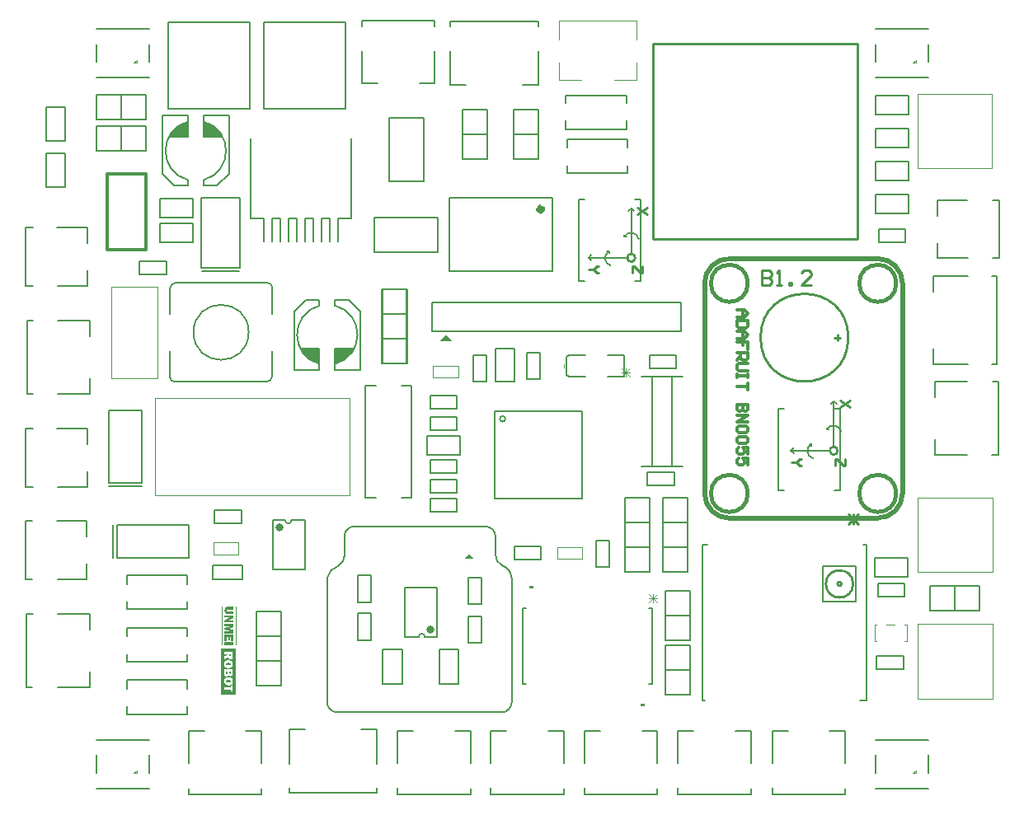
<source format=gto>
G04*
G04 #@! TF.GenerationSoftware,Altium Limited,Altium Designer,21.2.2 (38)*
G04*
G04 Layer_Color=65535*
%FSTAX24Y24*%
%MOIN*%
G70*
G04*
G04 #@! TF.SameCoordinates,D9C69337-02A0-443D-9D67-ED1C811D3BAA*
G04*
G04*
G04 #@! TF.FilePolarity,Positive*
G04*
G01*
G75*
%ADD10C,0.0100*%
%ADD11C,0.0079*%
%ADD12C,0.0157*%
%ADD13C,0.0197*%
%ADD14C,0.0276*%
%ADD15C,0.0315*%
%ADD16C,0.0039*%
%ADD17C,0.0070*%
%ADD18C,0.0060*%
%ADD19C,0.0050*%
%ADD20C,0.0118*%
%ADD21C,0.0030*%
G36*
X016575Y036732D02*
X015827D01*
X016063Y037087D01*
X016102Y037087D01*
X016417Y037323D01*
X016575Y037362D01*
Y036732D01*
D02*
G37*
G36*
X017362Y037283D02*
X01748D01*
X017677Y037087D01*
X017717D01*
X017913Y03689D01*
Y036772D01*
X017953Y036732D01*
X017205D01*
Y037362D01*
X017283D01*
X017362Y037283D01*
D02*
G37*
G36*
X027266Y028488D02*
X026766D01*
X027016Y028738D01*
X027266Y028488D01*
D02*
G37*
G36*
X023031Y027835D02*
X022992Y027835D01*
X022677Y027598D01*
X02252Y027559D01*
Y028189D01*
X023268D01*
X023031Y027835D01*
D02*
G37*
G36*
X02189Y027559D02*
X021811D01*
X021732Y027638D01*
X021614D01*
X021417Y027835D01*
X021378D01*
X021181Y028031D01*
Y02815D01*
X021142Y028189D01*
X02189D01*
Y027559D01*
D02*
G37*
G36*
X028134Y019685D02*
X02774D01*
X027937Y019882D01*
X028134Y019685D01*
D02*
G37*
G36*
X03054Y018486D02*
X03039D01*
Y018586D01*
X03054D01*
Y018486D01*
D02*
G37*
G36*
X03504Y013716D02*
X03489D01*
Y013816D01*
X03504D01*
Y013716D01*
D02*
G37*
G36*
X018507Y014181D02*
X017913D01*
Y016043D01*
X018507D01*
Y014181D01*
D02*
G37*
G36*
X018403Y017628D02*
X01818D01*
X018179D01*
X018176D01*
X018171Y017628D01*
X018166Y017627D01*
X01816Y017625D01*
X018154Y017624D01*
X018148Y017621D01*
X018143Y017618D01*
X018143Y017617D01*
X018142Y017616D01*
X01814Y017613D01*
X018138Y01761D01*
X018136Y017605D01*
X018134Y017599D01*
X018133Y017593D01*
X018133Y017584D01*
Y017581D01*
X018133Y017577D01*
X018134Y017573D01*
X018135Y017568D01*
X018136Y017563D01*
X018138Y017558D01*
X018141Y017553D01*
X018141Y017552D01*
X018142Y017551D01*
X018144Y017548D01*
X018146Y017546D01*
X018152Y017541D01*
X018155Y017539D01*
X018159Y017538D01*
X01816D01*
X018161Y017537D01*
X018164Y017537D01*
X018168Y017536D01*
X018173D01*
X018181Y017536D01*
X018189Y017535D01*
X0182D01*
X018403D01*
Y017452D01*
X018173D01*
X018173D01*
X018171D01*
X018167D01*
X018163Y017452D01*
X018158Y017453D01*
X018151Y017454D01*
X018145Y017455D01*
X018137Y017457D01*
X01813Y017459D01*
X018122Y017461D01*
X018114Y017464D01*
X018106Y017468D01*
X018099Y017472D01*
X018092Y017478D01*
X018086Y017483D01*
X01808Y017491D01*
X018079Y017491D01*
X018078Y017492D01*
X018077Y017494D01*
X018075Y017498D01*
X018073Y017501D01*
X018071Y017506D01*
X018068Y017511D01*
X018065Y017518D01*
X018063Y017524D01*
X01806Y017532D01*
X018058Y017541D01*
X018056Y017549D01*
X018054Y017559D01*
X018052Y017569D01*
X018052Y01758D01*
X018051Y017592D01*
Y017598D01*
X018052Y017602D01*
X018052Y017608D01*
X018053Y017614D01*
X018053Y017622D01*
X018054Y017629D01*
X018058Y017646D01*
X018063Y017664D01*
X018066Y017672D01*
X01807Y017681D01*
X018074Y017689D01*
X018078Y017697D01*
X018079Y017697D01*
X01808Y017699D01*
X018081Y017701D01*
X018084Y017703D01*
X018087Y017706D01*
X01809Y017709D01*
X018095Y017713D01*
X0181Y017717D01*
X018106Y01772D01*
X018112Y017724D01*
X018119Y017727D01*
X018128Y01773D01*
X018137Y017732D01*
X018146Y017735D01*
X018157Y017736D01*
X018168Y017736D01*
X018403D01*
Y017628D01*
D02*
G37*
G36*
Y017294D02*
X018276Y017214D01*
X018276Y017213D01*
X018275Y017213D01*
X018272Y017212D01*
X01827Y01721D01*
X018266Y017208D01*
X018262Y017206D01*
X018254Y0172D01*
X018243Y017195D01*
X018232Y017189D01*
X01822Y017183D01*
X01821Y017178D01*
X01821D01*
X018212Y017178D01*
X018214D01*
X018217Y017179D01*
X018221Y017179D01*
X018226Y01718D01*
X018231Y017181D01*
X018237Y017181D01*
X018251Y017183D01*
X018266Y017184D01*
X018283Y017185D01*
X0183Y017185D01*
X018403D01*
Y017098D01*
X018057D01*
Y017185D01*
X01821Y017281D01*
X01821D01*
X018211Y017281D01*
X018213Y017282D01*
X018215Y017284D01*
X018218Y017286D01*
X018221Y017287D01*
X01823Y017292D01*
X01824Y017298D01*
X018252Y017304D01*
X018266Y01731D01*
X018281Y017317D01*
X018281D01*
X018279Y017317D01*
X018278Y017316D01*
X018276Y017316D01*
X018269Y017315D01*
X018261Y017313D01*
X018253Y017311D01*
X018243Y01731D01*
X018234Y017309D01*
X018224Y017309D01*
X018057D01*
Y017395D01*
X018403D01*
Y017294D01*
D02*
G37*
G36*
Y0169D02*
X018219Y01685D01*
X018403Y016801D01*
Y016662D01*
X018057D01*
Y016761D01*
X018305D01*
X018057Y016825D01*
Y016893D01*
X018305Y016959D01*
X018057D01*
Y017038D01*
X018403D01*
Y0169D01*
D02*
G37*
G36*
Y016341D02*
X018324D01*
Y016497D01*
X018273D01*
Y016371D01*
X018196D01*
Y016497D01*
X01814D01*
Y016341D01*
X018057D01*
Y016602D01*
X018403D01*
Y016341D01*
D02*
G37*
G36*
Y016192D02*
X018057D01*
Y016299D01*
X018403D01*
Y016192D01*
D02*
G37*
%LPC*%
G36*
X018384Y015925D02*
X018037D01*
Y015737D01*
Y015819D01*
X01817D01*
Y015786D01*
X018037Y015735D01*
Y015617D01*
X018188Y01568D01*
X018191Y015673D01*
X018194Y015667D01*
X018198Y015661D01*
X018201Y015656D01*
X018208Y015648D01*
X018214Y015641D01*
X01822Y015636D01*
X018224Y015633D01*
X018227Y015631D01*
X018228Y01563D01*
X018237Y015626D01*
X018246Y015623D01*
X018255Y015621D01*
X018264Y015619D01*
X018271Y015618D01*
X018276Y015618D01*
X018278D01*
X01828D01*
X01828D01*
X018281D01*
X01829Y015618D01*
X018297Y015619D01*
X018305Y015621D01*
X018312Y015623D01*
X018325Y015628D01*
X018336Y015634D01*
X01834Y015637D01*
X018344Y015641D01*
X018348Y015643D01*
X01835Y015646D01*
X018353Y015648D01*
X018354Y015649D01*
X018355Y015651D01*
X018355Y015651D01*
X01836Y015658D01*
X018365Y015665D01*
X018368Y015672D01*
X018372Y01568D01*
X018377Y015695D01*
X01838Y01571D01*
X018381Y015717D01*
X018382Y015724D01*
X018383Y01573D01*
X018383Y015735D01*
X018384Y015738D01*
Y015628D01*
Y015925D01*
D02*
G37*
G36*
X018213Y015582D02*
X018031D01*
X018209D01*
X018195Y015581D01*
X018181Y01558D01*
X018167Y015577D01*
X018155Y015575D01*
X018143Y015571D01*
X018133Y015567D01*
X018123Y015563D01*
X018114Y015559D01*
X018106Y015554D01*
X018099Y015551D01*
X018093Y015546D01*
X018088Y015543D01*
X018084Y01554D01*
X018082Y015538D01*
X01808Y015536D01*
X01808Y015536D01*
X018071Y015527D01*
X018064Y015517D01*
X018057Y015508D01*
X018052Y015498D01*
X018047Y015488D01*
X018044Y015478D01*
X01804Y015468D01*
X018038Y015459D01*
X018035Y015451D01*
X018034Y015443D01*
X018033Y015435D01*
X018032Y015429D01*
Y015424D01*
X018031Y01542D01*
Y015417D01*
X018032Y015404D01*
X018034Y015391D01*
X018036Y015379D01*
X018039Y015368D01*
X018043Y015357D01*
X018047Y015348D01*
X018052Y015338D01*
X018057Y015331D01*
X018061Y015323D01*
X018065Y015317D01*
X01807Y015311D01*
X018074Y015307D01*
X018077Y015303D01*
X018079Y015301D01*
X018081Y015299D01*
X018081Y015298D01*
X018091Y01529D01*
X018101Y015283D01*
X018112Y015277D01*
X018123Y015272D01*
X018134Y015267D01*
X018145Y015263D01*
X018155Y01526D01*
X018166Y015258D01*
X018176Y015256D01*
X018184Y015254D01*
X018193Y015254D01*
X0182Y015253D01*
X018205D01*
X018209Y015252D01*
X018213D01*
X018228Y015253D01*
X018242Y015254D01*
X018255Y015256D01*
X018267Y015259D01*
X018278Y015262D01*
X018289Y015267D01*
X018298Y015271D01*
X018307Y015275D01*
X018315Y015279D01*
X018321Y015283D01*
X018327Y015287D01*
X018332Y015291D01*
X018336Y015293D01*
X018339Y015296D01*
X018341Y015297D01*
X018341Y015298D01*
X01835Y015307D01*
X018357Y015316D01*
X018363Y015326D01*
X018369Y015336D01*
X018373Y015345D01*
X018378Y015355D01*
X01838Y015364D01*
X018383Y015374D01*
X018385Y015382D01*
X018386Y015391D01*
X018387Y015398D01*
X018389Y015404D01*
Y015409D01*
X018389Y015412D01*
Y015416D01*
X018389Y01543D01*
X018387Y015444D01*
X018384Y015456D01*
X018381Y015468D01*
X018377Y015479D01*
X018373Y015489D01*
X018368Y015498D01*
X018364Y015506D01*
X018359Y015514D01*
X018354Y01552D01*
X01835Y015526D01*
X018347Y01553D01*
X018343Y015534D01*
X018341Y015536D01*
X018339Y015538D01*
X018338Y015538D01*
X018329Y015546D01*
X018318Y015552D01*
X018308Y015558D01*
X018297Y015563D01*
X018286Y015568D01*
X018275Y015571D01*
X018265Y015574D01*
X018255Y015576D01*
X018246Y015578D01*
X018237Y01558D01*
X018229Y015581D01*
X018223Y015581D01*
X018217D01*
X018213Y015582D01*
D02*
G37*
G36*
X018384Y015207D02*
X018037D01*
Y015042D01*
X018038Y015028D01*
X018038Y015016D01*
X01804Y015004D01*
X018042Y014994D01*
X018044Y014984D01*
X018046Y014976D01*
X018049Y014969D01*
X018052Y014963D01*
X018055Y014957D01*
X018058Y014952D01*
X01806Y014949D01*
X018062Y014946D01*
X018064Y014943D01*
X018066Y014942D01*
X018066Y014941D01*
X018067D01*
X018073Y014936D01*
X018079Y014933D01*
X018091Y014927D01*
X018102Y014923D01*
X018113Y014919D01*
X018123Y014918D01*
X018126Y014917D01*
X01813D01*
X018133Y014917D01*
X018037D01*
X018384D01*
X018136D01*
X018148Y014917D01*
X018158Y014919D01*
X018168Y014923D01*
X018176Y014927D01*
X018184Y014933D01*
X01819Y014938D01*
X018196Y014944D01*
X018201Y014951D01*
X018205Y014957D01*
X018208Y014963D01*
X018211Y014969D01*
X018214Y014974D01*
X018215Y014978D01*
X018217Y014982D01*
X018217Y014984D01*
Y014984D01*
X01822Y014974D01*
X018225Y014965D01*
X01823Y014958D01*
X018234Y014952D01*
X018238Y014947D01*
X018242Y014943D01*
X018244Y014941D01*
X018246Y014941D01*
X018254Y014936D01*
X018262Y014932D01*
X01827Y01493D01*
X018277Y014928D01*
X018283Y014927D01*
X018288Y014926D01*
X018291D01*
X018292D01*
X018292D01*
X018299D01*
X018306Y014927D01*
X018318Y01493D01*
X018328Y014934D01*
X018337Y014939D01*
X018345Y014943D01*
X018351Y014948D01*
X018353Y014949D01*
X018355Y014951D01*
X018355Y014951D01*
X018356Y014952D01*
X018361Y014957D01*
X018365Y014962D01*
X018369Y014969D01*
X018372Y014975D01*
X018377Y014988D01*
X01838Y015001D01*
X018382Y015013D01*
X018383Y015018D01*
X018383Y015023D01*
X018384Y015026D01*
Y015207D01*
D02*
G37*
G36*
X018389Y014888D02*
D01*
Y014722D01*
X018389Y014737D01*
X018387Y01475D01*
X018384Y014763D01*
X018381Y014774D01*
X018377Y014785D01*
X018373Y014796D01*
X018368Y014804D01*
X018364Y014813D01*
X018359Y01482D01*
X018354Y014827D01*
X01835Y014832D01*
X018347Y014836D01*
X018343Y01484D01*
X018341Y014842D01*
X018339Y014844D01*
X018338Y014845D01*
X018329Y014852D01*
X018318Y014859D01*
X018308Y014865D01*
X018297Y01487D01*
X018286Y014874D01*
X018275Y014877D01*
X018265Y014881D01*
X018255Y014883D01*
X018246Y014885D01*
X018237Y014886D01*
X018229Y014887D01*
X018223Y014888D01*
X018217D01*
X018213Y014888D01*
X018031D01*
X018209D01*
X018195Y014888D01*
X018181Y014886D01*
X018167Y014884D01*
X018155Y014881D01*
X018143Y014877D01*
X018133Y014874D01*
X018123Y01487D01*
X018114Y014865D01*
X018106Y014861D01*
X018099Y014857D01*
X018093Y014853D01*
X018088Y01485D01*
X018084Y014847D01*
X018082Y014845D01*
X01808Y014843D01*
X01808Y014842D01*
X018071Y014834D01*
X018064Y014824D01*
X018057Y014815D01*
X018052Y014804D01*
X018047Y014794D01*
X018044Y014785D01*
X01804Y014775D01*
X018038Y014765D01*
X018035Y014757D01*
X018034Y014749D01*
X018033Y014742D01*
X018032Y014735D01*
Y014731D01*
X018031Y014727D01*
Y014723D01*
X018032Y01471D01*
X018034Y014697D01*
X018036Y014686D01*
X018039Y014674D01*
X018043Y014664D01*
X018047Y014654D01*
X018052Y014645D01*
X018057Y014637D01*
X018061Y01463D01*
X018065Y014624D01*
X01807Y014618D01*
X018074Y014613D01*
X018077Y01461D01*
X018079Y014607D01*
X018081Y014606D01*
X018081Y014605D01*
X018091Y014597D01*
X018101Y01459D01*
X018112Y014584D01*
X018123Y014578D01*
X018134Y014574D01*
X018145Y01457D01*
X018155Y014567D01*
X018166Y014565D01*
X018176Y014562D01*
X018184Y014561D01*
X018193Y01456D01*
X0182Y014559D01*
X018205D01*
X018209Y014559D01*
X018213D01*
X018228Y014559D01*
X018242Y014561D01*
X018255Y014563D01*
X018267Y014566D01*
X018278Y014569D01*
X018289Y014573D01*
X018298Y014577D01*
X018307Y014581D01*
X018315Y014586D01*
X018321Y01459D01*
X018327Y014593D01*
X018332Y014597D01*
X018336Y0146D01*
X018339Y014602D01*
X018341Y014604D01*
X018341Y014604D01*
X01835Y014613D01*
X018357Y014622D01*
X018363Y014632D01*
X018369Y014642D01*
X018373Y014652D01*
X018378Y014662D01*
X01838Y014671D01*
X018383Y01468D01*
X018385Y014689D01*
X018386Y014697D01*
X018387Y014704D01*
X018389Y01471D01*
Y014715D01*
X018389Y014719D01*
Y014593D01*
Y014888D01*
D02*
G37*
G36*
X018384Y014544D02*
X018037D01*
Y014299D01*
D01*
Y014371D01*
X018301D01*
Y014299D01*
X018384D01*
Y014544D01*
D02*
G37*
%LPD*%
G36*
X01831Y01577D02*
X018309Y015763D01*
X018308Y015756D01*
X018307Y015751D01*
X018304Y015746D01*
X018302Y015742D01*
X018299Y015739D01*
X018296Y015736D01*
X018293Y015734D01*
X018287Y015731D01*
X018282Y015729D01*
X018279Y015729D01*
X018278D01*
X018277D01*
X018276D01*
X01827Y015729D01*
X018265Y015731D01*
X018261Y015732D01*
X018258Y015735D01*
X018255Y015737D01*
X018253Y015739D01*
X018252Y015741D01*
X018252Y015741D01*
X018249Y015746D01*
X018247Y015751D01*
X018246Y015756D01*
X018244Y015762D01*
X018244Y015766D01*
X018243Y01577D01*
Y015819D01*
X01831D01*
Y01577D01*
D02*
G37*
G36*
X018225Y015467D02*
X018234Y015466D01*
X018241Y015465D01*
X018255Y015462D01*
X018267Y015459D01*
X018277Y015455D01*
X018285Y015451D01*
X018292Y015446D01*
X018297Y015441D01*
X018302Y015437D01*
X018305Y015432D01*
X018307Y015427D01*
X018309Y015423D01*
X01831Y01542D01*
X018311Y015417D01*
Y015415D01*
X018309Y015407D01*
X018307Y015399D01*
X018302Y015393D01*
X018296Y015387D01*
X018289Y015382D01*
X018282Y015379D01*
X018273Y015375D01*
X018265Y015373D01*
X018256Y01537D01*
X018248Y015369D01*
X018241Y015368D01*
X018234Y015367D01*
X018228D01*
X018223Y015367D01*
X01822D01*
X018219D01*
X018208D01*
X018198Y015367D01*
X018188Y015368D01*
X018179Y015368D01*
X018172Y015369D01*
X018165Y01537D01*
X018159Y015372D01*
X018153Y015373D01*
X018148Y015374D01*
X018145Y015375D01*
X018141Y015376D01*
X018139Y015377D01*
X018136Y015378D01*
X018135Y015378D01*
X018134Y015379D01*
X018134D01*
X018129Y015381D01*
X018126Y015384D01*
X01812Y01539D01*
X018116Y015396D01*
X018113Y015403D01*
X018111Y015408D01*
X018111Y015413D01*
X01811Y015416D01*
Y015417D01*
X018111Y015422D01*
X018111Y015426D01*
X018114Y015434D01*
X018119Y01544D01*
X018125Y015446D01*
X018133Y015451D01*
X018141Y015455D01*
X018149Y015458D01*
X018159Y015461D01*
X018167Y015463D01*
X018176Y015464D01*
X018184Y015465D01*
X018191Y015467D01*
X018198D01*
X018202Y015467D01*
X018206D01*
X018207D01*
X018216D01*
X018225Y015467D01*
D02*
G37*
G36*
X018309Y015062D02*
X018309Y015055D01*
X018308Y01505D01*
X018307Y015045D01*
X018305Y015041D01*
X018303Y015037D01*
X0183Y015035D01*
X018295Y01503D01*
X018289Y015028D01*
X018284Y015026D01*
X018281Y015026D01*
X01828D01*
X01828D01*
X018276Y015026D01*
X018272Y015027D01*
X018266Y01503D01*
X018264Y015031D01*
X018262Y015033D01*
X018261Y015034D01*
X01826Y015034D01*
X018257Y015037D01*
X018255Y015041D01*
X018253Y015046D01*
X018252Y01505D01*
X018252Y015054D01*
X018251Y015057D01*
Y015109D01*
X018309D01*
Y015062D01*
D02*
G37*
G36*
X018177Y015061D02*
X018177Y015053D01*
X018176Y015047D01*
X018174Y015041D01*
X018172Y015036D01*
X01817Y015033D01*
X018169Y015031D01*
X018167Y01503D01*
X018167Y015029D01*
X018163Y015026D01*
X018159Y015024D01*
X018155Y015022D01*
X018152Y015021D01*
X018149Y01502D01*
X018147Y01502D01*
X018146D01*
X018145D01*
X018141Y01502D01*
X018137Y015022D01*
X018133Y015023D01*
X01813Y015024D01*
X018127Y015026D01*
X018125Y015028D01*
X018124Y015029D01*
X018123Y015029D01*
X01812Y015033D01*
X018118Y015037D01*
X018116Y015042D01*
X018115Y015047D01*
X018114Y015051D01*
X018114Y015054D01*
Y015109D01*
X018177D01*
Y015061D01*
D02*
G37*
G36*
X018225Y014773D02*
X018234Y014773D01*
X018241Y014771D01*
X018255Y014769D01*
X018267Y014765D01*
X018277Y014762D01*
X018285Y014757D01*
X018292Y014752D01*
X018297Y014747D01*
X018302Y014743D01*
X018305Y014738D01*
X018307Y014734D01*
X018309Y01473D01*
X01831Y014727D01*
X018311Y014724D01*
Y014722D01*
X018309Y014713D01*
X018307Y014706D01*
X018302Y014699D01*
X018296Y014694D01*
X018289Y014689D01*
X018282Y014685D01*
X018273Y014682D01*
X018265Y014679D01*
X018256Y014677D01*
X018248Y014676D01*
X018241Y014675D01*
X018234Y014674D01*
X018228D01*
X018223Y014673D01*
X01822D01*
X018219D01*
X018208D01*
X018198Y014674D01*
X018188Y014674D01*
X018179Y014675D01*
X018172Y014676D01*
X018165Y014677D01*
X018159Y014678D01*
X018153Y014679D01*
X018148Y01468D01*
X018145Y014681D01*
X018141Y014683D01*
X018139Y014684D01*
X018136Y014684D01*
X018135Y014685D01*
X018134Y014685D01*
X018134D01*
X018129Y014687D01*
X018126Y01469D01*
X01812Y014696D01*
X018116Y014703D01*
X018113Y014709D01*
X018111Y014715D01*
X018111Y01472D01*
X01811Y014723D01*
Y014724D01*
X018111Y014728D01*
X018111Y014733D01*
X018114Y01474D01*
X018119Y014747D01*
X018125Y014753D01*
X018133Y014757D01*
X018141Y014762D01*
X018149Y014765D01*
X018159Y014768D01*
X018167Y014769D01*
X018176Y014771D01*
X018184Y014772D01*
X018191Y014773D01*
X018198D01*
X018202Y014774D01*
X018206D01*
X018207D01*
X018216D01*
X018225Y014773D01*
D02*
G37*
G36*
X018301Y014472D02*
X018037D01*
Y014544D01*
X018301D01*
Y014472D01*
D02*
G37*
D10*
X043268Y028622D02*
G03*
X043268Y028622I-001772J0D01*
G01*
X04284Y024051D02*
G03*
X04284Y024051I-000159J0D01*
G01*
X034655Y03185D02*
G03*
X034655Y03185I-000159J0D01*
G01*
X043465Y018661D02*
G03*
X043465Y018661I-000551J0D01*
G01*
X042992D02*
G03*
X042992Y018661I-000079J0D01*
G01*
X042717Y028622D02*
X042835D01*
Y02874D01*
Y028622D02*
X042953D01*
X042835Y028504D02*
Y028622D01*
X03539Y032624D02*
X043657D01*
Y040498D01*
X03539D02*
X043657D01*
X03539Y032624D02*
Y040498D01*
X03977Y03134D02*
Y03074D01*
X04007D01*
X04017Y03084D01*
Y03094D01*
X04007Y03104D01*
X03977D01*
X04007D01*
X04017Y03114D01*
Y03124D01*
X04007Y03134D01*
X03977D01*
X04037Y03074D02*
X04057D01*
X04047D01*
Y03134D01*
X04037Y03124D01*
X04087Y03074D02*
Y03084D01*
X04097D01*
Y03074D01*
X04087D01*
X041769D02*
X041369D01*
X041769Y03114D01*
Y03124D01*
X041669Y03134D01*
X041469D01*
X041369Y03124D01*
X043332Y026077D02*
X042939Y025815D01*
X043332D02*
X042939Y026077D01*
X043135Y023715D02*
Y023453D01*
X04307D01*
X042807Y023715D01*
X042742D01*
Y023453D01*
X041364Y023715D02*
X041298D01*
X041167Y023584D01*
X041298Y023453D01*
X041364D01*
X041167Y023584D02*
X04097D01*
X033179Y031514D02*
X033113D01*
X032982Y031383D01*
X033113Y031252D01*
X033179D01*
X032982Y031383D02*
X032785D01*
X03495Y031514D02*
Y031252D01*
X034885D01*
X034622Y031514D01*
X034557D01*
Y031252D01*
X035147Y033876D02*
X034754Y033614D01*
X035147D02*
X034754Y033876D01*
X043689Y021475D02*
X043289Y021075D01*
Y021475D02*
X043689Y021075D01*
X043489Y021475D02*
Y021075D01*
X043289Y021275D02*
X043689D01*
D11*
X015846Y027028D02*
G03*
X016043Y026831I000197J0D01*
G01*
X019744D02*
G03*
X01998Y027067I0J000236D01*
G01*
Y03065D02*
G03*
X019783Y030846I-000197J0D01*
G01*
X016083D02*
G03*
X015846Y03061I0J-000236D01*
G01*
X019027Y028839D02*
G03*
X019027Y028839I-001114J0D01*
G01*
X042977Y024828D02*
G03*
X042395Y024903I-000306J-000076D01*
G01*
X041781Y024317D02*
G03*
X041846Y023739I000152J-000276D01*
G01*
X033596Y032116D02*
G03*
X033661Y031538I000152J-000276D01*
G01*
X034792Y032627D02*
G03*
X03421Y032702I-000306J-000076D01*
G01*
X020505Y021232D02*
G03*
X020755Y021232I000125J0D01*
G01*
X029Y020591D02*
G03*
X028606Y020984I-000394J0D01*
G01*
X023291Y020984D02*
G03*
X022898Y020591I0J-000394D01*
G01*
X029Y019843D02*
G03*
X029315Y019393I000478J0D01*
G01*
X022644Y019383D02*
G03*
X022897Y019813I-000224J000422D01*
G01*
X02264Y019381D02*
G03*
X022198Y018896I00016J-000589D01*
G01*
X029669Y018819D02*
G03*
X029266Y019413I-00061J00002D01*
G01*
X029236Y013465D02*
G03*
X029669Y013898I-0J000433D01*
G01*
X022197D02*
G03*
X022622Y013465I000429J-000004D01*
G01*
X026148Y016524D02*
G03*
X025898Y016524I-000125J0D01*
G01*
X029403Y025336D02*
G03*
X029403Y025336I-000111J0D01*
G01*
X016575Y037362D02*
G03*
X016575Y035I000315J-001181D01*
G01*
X017205D02*
G03*
X017205Y037362I-000315J001181D01*
G01*
X02252Y027559D02*
G03*
X02252Y029921I-000315J001181D01*
G01*
X02189D02*
G03*
X02189Y027559I000315J-001181D01*
G01*
X026372Y021566D02*
Y022098D01*
Y021566D02*
X027455D01*
Y022098D01*
X026372D02*
X027455D01*
X01998Y027067D02*
Y028091D01*
X016043Y026831D02*
X019744D01*
X015846Y027028D02*
Y028091D01*
Y029587D02*
Y03061D01*
X016083Y030846D02*
X019783D01*
X01998Y029587D02*
Y03065D01*
X011299Y018858D02*
X01248D01*
Y019488D01*
Y020591D02*
Y02122D01*
X01126D02*
X01248D01*
X01D02*
X010276D01*
X01Y018858D02*
X010276D01*
X01D02*
Y02122D01*
X029736Y036862D02*
X030736D01*
Y035862D02*
Y037862D01*
X029736Y035862D02*
X030736D01*
X029736D02*
Y037862D01*
X030736D01*
X010827Y034705D02*
X011614D01*
Y036083D01*
X010827Y034705D02*
Y036083D01*
X011614D01*
X013858Y037453D02*
Y038453D01*
X012858Y037453D02*
X014858D01*
X012858D02*
Y038453D01*
X014858D01*
Y037453D02*
Y038453D01*
X013858Y036193D02*
Y037193D01*
X012858Y036193D02*
X014858D01*
X012858D02*
Y037193D01*
X014858D01*
Y036193D02*
Y037193D01*
X015Y039764D02*
Y040472D01*
X012874Y039134D02*
X015D01*
X012874Y039764D02*
Y040472D01*
Y041102D02*
X015D01*
X042681Y026058D02*
X042799Y02594D01*
X042563Y02594D02*
X042681Y026058D01*
X042395Y024903D02*
X042479D01*
X042395D02*
Y024987D01*
X042681Y024209D02*
Y026058D01*
X041781Y024243D02*
Y024317D01*
X041697D02*
X041781D01*
X040949Y024051D02*
X042524D01*
X040949D02*
X041067Y023933D01*
X040949Y024051D02*
X041067Y024169D01*
X032764Y03185D02*
X032882Y031969D01*
X032764Y03185D02*
X032882Y031732D01*
X032764Y03185D02*
X034339D01*
X033512Y032116D02*
X033596D01*
Y032042D02*
Y032116D01*
X034496Y032008D02*
Y033857D01*
X03421Y032702D02*
Y032786D01*
Y032702D02*
X034294D01*
X034378Y033739D02*
X034496Y033857D01*
X034614Y033739D01*
X034291Y037047D02*
Y037402D01*
X03185Y037047D02*
X034291D01*
Y03811D02*
Y038425D01*
X03185D02*
X034291D01*
X03185Y037047D02*
Y037402D01*
Y03811D02*
Y038425D01*
X031909Y036299D02*
Y036654D01*
X03435D01*
X031909Y035276D02*
Y035591D01*
Y035276D02*
X03435D01*
Y036299D02*
Y036654D01*
Y035276D02*
Y035591D01*
X032368Y030906D02*
X032604D01*
X032368D02*
Y034213D01*
X032604D01*
X034652D02*
X034888D01*
Y030906D02*
Y034213D01*
X034652Y030906D02*
X034888D01*
X027126Y034291D02*
X031299D01*
X027126Y032953D02*
Y034291D01*
X031299Y032953D02*
Y034291D01*
X027126Y031299D02*
X031299D01*
Y032953D01*
X027126Y031299D02*
Y032953D01*
X027689Y035831D02*
X028689D01*
Y037831D01*
X027689D02*
X028689D01*
X027689Y035831D02*
Y037831D01*
Y036831D02*
X028689D01*
X030098Y038839D02*
X030728D01*
Y040217D01*
X027185Y038839D02*
X027815D01*
X027185D02*
Y040217D01*
Y041201D02*
Y041398D01*
X030728D01*
Y041201D02*
Y041398D01*
X023602Y04122D02*
Y041457D01*
X026555D01*
Y041201D02*
Y041457D01*
Y038898D02*
Y040197D01*
X025925Y038898D02*
X026555D01*
X023602D02*
X024232D01*
X023602D02*
Y040197D01*
X023189Y03345D02*
Y036678D01*
X019094Y03345D02*
Y036678D01*
Y03345D02*
X019646D01*
Y032505D02*
Y03345D01*
X019961Y032505D02*
Y03345D01*
X020315D01*
Y032505D02*
Y03345D01*
X02063Y032505D02*
Y03345D01*
X020984D01*
Y032505D02*
Y03345D01*
X021299Y032505D02*
Y03345D01*
X021654D01*
Y032505D02*
Y03345D01*
X021969Y032505D02*
Y03345D01*
X022323D01*
Y032505D02*
Y03345D01*
X022638Y032505D02*
Y03345D01*
X023189D01*
X017106Y031555D02*
Y034272D01*
X018681D01*
Y031437D02*
Y034272D01*
X017106Y031437D02*
X018681D01*
X017106D02*
Y031555D01*
X017146Y031319D02*
X018642D01*
X015699Y031191D02*
Y031722D01*
X014616D02*
X015699D01*
X014616Y031191D02*
Y031722D01*
Y031191D02*
X015699D01*
X025205Y02215D02*
X025598D01*
X023748D02*
Y026677D01*
X024181D01*
X025205D02*
X025598D01*
Y02215D02*
Y026677D01*
X023748Y02215D02*
X024181D01*
X02411Y032067D02*
Y033484D01*
X026673Y032067D02*
Y033484D01*
X02411Y032067D02*
X026673D01*
X02411Y033484D02*
X026673D01*
X024705Y034937D02*
Y0375D01*
X026122Y034937D02*
Y0375D01*
X024705D02*
X026122D01*
X024705Y034937D02*
X026122D01*
X013386Y022598D02*
X014724D01*
X013386Y022756D02*
X014724D01*
Y025669D01*
X013386Y022756D02*
Y025669D01*
X014724D01*
X016614Y019724D02*
Y021063D01*
X013701D02*
X016614D01*
X013701Y019724D02*
X016614D01*
X013701D02*
Y021063D01*
X013543Y019724D02*
Y021063D01*
X014094Y014409D02*
Y014764D01*
X016535D01*
X014094Y013386D02*
Y013701D01*
Y013386D02*
X016535D01*
Y014409D02*
Y014764D01*
Y013386D02*
Y013701D01*
X014094Y016535D02*
Y01689D01*
X016535D01*
X014094Y015512D02*
Y015827D01*
Y015512D02*
X016535D01*
Y016535D02*
Y01689D01*
Y015512D02*
Y015827D01*
Y017638D02*
Y017953D01*
Y018661D02*
Y019016D01*
X014094Y017638D02*
X016535D01*
X014094D02*
Y017953D01*
Y019016D02*
X016535D01*
X014094Y018661D02*
Y019016D01*
X017589Y018839D02*
X018789D01*
X017589D02*
Y019429D01*
X018789D01*
Y018839D02*
Y019429D01*
X017648Y021112D02*
Y021644D01*
Y021112D02*
X01873D01*
Y021644D01*
X017648D02*
X01873D01*
X02Y019232D02*
Y021232D01*
Y019232D02*
X021299D01*
Y021232D01*
X02D02*
X020505D01*
X020755D02*
X021299D01*
X023291Y020984D02*
X028606D01*
X029Y019843D02*
Y020591D01*
X022898Y019791D02*
Y020591D01*
X022197Y013898D02*
Y018896D01*
X029669Y018819D02*
X029669Y013898D01*
X022622Y013465D02*
X029236D01*
X023435Y01747D02*
X023967D01*
X023435Y016388D02*
Y01747D01*
Y016388D02*
X023967D01*
Y01747D01*
X023435Y017923D02*
X023967D01*
Y019006D01*
X023435D02*
X023967D01*
X023435Y017923D02*
Y019006D01*
X025354Y016524D02*
X025898D01*
X026148D02*
X026654D01*
X025354D02*
Y018524D01*
X026654D01*
Y016524D02*
Y018524D01*
X027923Y018927D02*
X028455D01*
X027923Y017844D02*
Y018927D01*
Y017844D02*
X028455D01*
Y018927D01*
X027923Y01627D02*
X028455D01*
Y017352D01*
X027923D02*
X028455D01*
X027923Y01627D02*
Y017352D01*
X026732Y014626D02*
X02752D01*
Y016004D01*
X026732Y014626D02*
Y016004D01*
X02752D01*
X024449D02*
X025236D01*
X024449Y014626D02*
Y016004D01*
X025236Y014626D02*
Y016004D01*
X024449Y014626D02*
X025236D01*
X026372Y022354D02*
Y022885D01*
Y022354D02*
X027455D01*
Y022885D01*
X026372D02*
X027455D01*
X026372Y023673D02*
X027455D01*
Y023141D02*
Y023673D01*
X026372Y023141D02*
X027455D01*
X026372D02*
Y023673D01*
X026244Y024659D02*
X027583D01*
Y023887D02*
Y024659D01*
X026244Y023887D02*
Y024659D01*
Y023887D02*
X027583D01*
X026372Y024873D02*
Y025405D01*
Y024873D02*
X027455D01*
Y025405D01*
X026372D02*
X027455D01*
X026372Y02574D02*
Y026271D01*
Y02574D02*
X027455D01*
Y026271D01*
X026372D02*
X027455D01*
X028976Y022108D02*
Y025218D01*
Y022108D02*
X03252D01*
Y025651D01*
X028976D02*
X03252D01*
X028976Y025218D02*
Y025651D01*
X029776Y02685D02*
Y028189D01*
X029004Y02685D02*
X029776D01*
X029004Y028189D02*
X029776D01*
X029004Y02685D02*
Y028189D01*
X030285Y028022D02*
X030817D01*
X030285Y026939D02*
Y028022D01*
Y026939D02*
X030817D01*
Y028022D01*
X033543Y027913D02*
X034213D01*
Y027047D02*
Y027913D01*
X033543Y027047D02*
X034213D01*
X031969Y027913D02*
X032638D01*
X03189Y027835D02*
X031969Y027913D01*
X03189Y027126D02*
Y027835D01*
Y027126D02*
X031969Y027047D01*
X032638D01*
X035226Y027392D02*
Y027923D01*
Y027392D02*
X036309D01*
Y027923D01*
X035226D02*
X036309D01*
X035148Y022648D02*
Y023179D01*
Y022648D02*
X03623D01*
Y023179D01*
X035148D02*
X03623D01*
X035764Y021131D02*
X036764D01*
X035764Y020131D02*
X036764D01*
X035764Y019131D02*
Y022131D01*
X036764D01*
Y019131D02*
Y022131D01*
X035764Y019131D02*
X036764D01*
X03576Y02113D02*
X03676D01*
X03576Y02013D02*
X03676D01*
X03576Y01913D02*
Y02213D01*
X03676D01*
Y01913D02*
Y02213D01*
X03576Y01913D02*
X03676D01*
X034244D02*
X035244D01*
Y02213D01*
X034244D02*
X035244D01*
X034244Y01913D02*
Y02213D01*
Y02013D02*
X035244D01*
X034244Y02113D02*
X035244D01*
X034248Y019131D02*
X035248D01*
Y022131D01*
X034248D02*
X035248D01*
X034248Y019131D02*
Y022131D01*
Y020131D02*
X035248D01*
X034248Y021131D02*
X035248D01*
X035878Y017382D02*
X036878D01*
X035878Y016382D02*
Y018382D01*
X036878D01*
Y016382D02*
Y018382D01*
X035878Y016382D02*
X036878D01*
X033081Y019341D02*
Y020423D01*
X033612D01*
Y019341D02*
Y020423D01*
X033081Y019341D02*
X033612D01*
X042244Y01937D02*
X043583D01*
X042244Y017953D02*
Y01937D01*
Y017953D02*
X043583D01*
Y01937D01*
X044016Y013937D02*
Y020236D01*
X04374Y013937D02*
X044016D01*
X043858Y020236D02*
X044016D01*
X037362Y013937D02*
X03748D01*
X037362D02*
Y020236D01*
X037559D01*
X035878Y016177D02*
X036878D01*
X035878Y014177D02*
Y016177D01*
Y014177D02*
X036878D01*
Y016177D01*
X035878Y015177D02*
X036878D01*
X044331Y019717D02*
X045669D01*
Y018945D02*
Y019717D01*
X044331Y018945D02*
Y019717D01*
Y018945D02*
X045669D01*
X044419Y015207D02*
X045502D01*
X044419D02*
Y015738D01*
X045502D01*
Y015207D02*
Y015738D01*
X045541Y018159D02*
Y018691D01*
X044459D02*
X045541D01*
X044459Y018159D02*
Y018691D01*
Y018159D02*
X045541D01*
X047567Y017591D02*
Y018591D01*
X046567Y017591D02*
X048567D01*
X046567D02*
Y018591D01*
X048567D01*
Y017591D02*
Y018591D01*
X046772Y026831D02*
X048071D01*
X046772Y026201D02*
Y026831D01*
Y023878D02*
Y024508D01*
Y023878D02*
X048071D01*
X049075D02*
X049331D01*
Y026831D01*
X049094D02*
X049331D01*
X046713Y027559D02*
Y028189D01*
Y027559D02*
X048091D01*
X046713Y030472D02*
Y031102D01*
X048091D01*
X049075D02*
X049272D01*
Y027559D02*
Y031102D01*
X049075Y027559D02*
X049272D01*
X04937Y031831D02*
Y034193D01*
X049094D02*
X04937D01*
X049094Y031831D02*
X04937D01*
X04689D02*
X04811D01*
X04689D02*
Y032461D01*
Y033563D02*
Y034193D01*
X048071D01*
X044498Y03249D02*
Y033022D01*
Y03249D02*
X045581D01*
Y033022D01*
X044498D02*
X045581D01*
X04437Y03363D02*
X045709D01*
X04437D02*
Y034402D01*
X045709Y03363D02*
Y034402D01*
X04437D02*
X045709D01*
X04437Y034969D02*
X045709D01*
X04437D02*
Y03574D01*
X045709Y034969D02*
Y03574D01*
X04437D02*
X045709D01*
X04437Y038417D02*
X045709D01*
Y037646D02*
Y038417D01*
X04437Y037646D02*
Y038417D01*
Y037646D02*
X045709D01*
X04437Y037079D02*
X045709D01*
Y036307D02*
Y037079D01*
X04437Y036307D02*
Y037079D01*
Y036307D02*
X045709D01*
X04437Y041102D02*
X046496D01*
X04437Y039764D02*
Y040472D01*
Y039134D02*
X046496D01*
Y039764D02*
Y040472D01*
Y011024D02*
Y011732D01*
X04437Y010394D02*
X046496D01*
X04437Y011024D02*
Y011732D01*
Y012362D02*
X046496D01*
X04315Y011417D02*
Y012717D01*
X04252D02*
X04315D01*
X040197D02*
X040827D01*
X040197Y011417D02*
Y012717D01*
Y010157D02*
Y010413D01*
Y010157D02*
X04315D01*
Y010394D01*
X039335Y010154D02*
Y01039D01*
X036382Y010154D02*
X039335D01*
X036382D02*
Y010409D01*
Y011413D02*
Y012713D01*
X037012D01*
X038705D02*
X039335D01*
Y011413D02*
Y012713D01*
X035555Y010154D02*
Y01039D01*
X032602Y010154D02*
X035555D01*
X032602D02*
Y010409D01*
Y011413D02*
Y012713D01*
X033232D01*
X034925D02*
X035555D01*
Y011413D02*
Y012713D01*
X031776Y010154D02*
Y01039D01*
X028823Y010154D02*
X031776D01*
X028823D02*
Y010409D01*
Y011413D02*
Y012713D01*
X029453D01*
X031146D02*
X031776D01*
Y011413D02*
Y012713D01*
X027996Y010154D02*
Y01039D01*
X025043Y010154D02*
X027996D01*
X025043D02*
Y010409D01*
Y011413D02*
Y012713D01*
X025673D01*
X027366D02*
X027996D01*
Y011413D02*
Y012713D01*
X020673Y012772D02*
X021303D01*
X020673Y011394D02*
Y012772D01*
X023587D02*
X024217D01*
Y011394D02*
Y012772D01*
Y010213D02*
Y010409D01*
X020673Y010213D02*
X024217D01*
X020673D02*
Y010409D01*
X019551Y011398D02*
Y012697D01*
X018921D02*
X019551D01*
X016598D02*
X017228D01*
X016598Y011398D02*
Y012697D01*
Y010138D02*
Y010394D01*
Y010138D02*
X019551D01*
Y010374D01*
X015Y011024D02*
Y011732D01*
X012874Y010394D02*
X015D01*
X012874Y011024D02*
Y011732D01*
Y012362D02*
X015D01*
X011299Y014488D02*
X012598D01*
Y015118D01*
Y016811D02*
Y017441D01*
X011299D02*
X012598D01*
X010039D02*
X010295D01*
X010039Y014488D02*
Y017441D01*
Y014488D02*
X010276D01*
X011319Y022579D02*
X0125D01*
Y023209D01*
Y024311D02*
Y024941D01*
X01128D02*
X0125D01*
X01002D02*
X010295D01*
X01002Y022579D02*
X010295D01*
X01002D02*
Y024941D01*
X010059Y026358D02*
X010295D01*
X010059D02*
Y029311D01*
X010315D01*
X011319D02*
X012618D01*
Y028681D02*
Y029311D01*
Y026358D02*
Y026988D01*
X011319Y026358D02*
X012618D01*
X011319Y030728D02*
X0125D01*
Y031358D01*
Y032461D02*
Y033091D01*
X01128D02*
X0125D01*
X01002D02*
X010295D01*
X01002Y030728D02*
X010295D01*
X01002D02*
Y033091D01*
X017205Y036732D02*
Y037362D01*
Y036732D02*
X017953D01*
X016575D02*
Y037362D01*
X015827Y036732D02*
X016575D01*
X015551Y035236D02*
Y037598D01*
Y035236D02*
X016024Y034764D01*
X016575D01*
X015551Y037598D02*
X016575D01*
X017205D02*
X018228D01*
Y035236D02*
Y037598D01*
X017756Y034764D02*
X018228Y035236D01*
X017205Y034764D02*
X017756D01*
X017205D02*
Y035D01*
X016575Y034764D02*
Y035D01*
Y037362D02*
Y037598D01*
X017205Y037362D02*
Y037598D01*
X019644Y037874D02*
X022951D01*
Y041378D01*
X019644D02*
X022951D01*
X019644Y037874D02*
Y041378D01*
X015433Y034244D02*
X016772D01*
Y033472D02*
Y034244D01*
X015433Y033472D02*
Y034244D01*
Y033472D02*
X016772D01*
X015433Y03324D02*
X016772D01*
Y032469D02*
Y03324D01*
X015433Y032469D02*
Y03324D01*
Y032469D02*
X016772D01*
X011606Y036594D02*
Y037933D01*
X010835Y036594D02*
X011606D01*
X010835Y037933D02*
X011606D01*
X010835Y036594D02*
Y037933D01*
X02189Y027559D02*
Y028189D01*
X021142D02*
X02189D01*
X02252Y027559D02*
Y028189D01*
X023268D01*
X023543Y027323D02*
Y029685D01*
X023071Y030157D02*
X023543Y029685D01*
X02252Y030157D02*
X023071D01*
X02252Y027323D02*
X023543D01*
X020866D02*
X02189D01*
X020866D02*
Y029685D01*
X021339Y030157D01*
X02189D01*
Y029921D02*
Y030157D01*
X02252Y029921D02*
Y030157D01*
Y027323D02*
Y027559D01*
X02189Y027323D02*
Y027559D01*
X024421Y027591D02*
X025421D01*
Y030591D01*
X024421D02*
X025421D01*
X024421Y027591D02*
Y030591D01*
Y028591D02*
X025421D01*
X024421Y029591D02*
X025421D01*
X024425Y027592D02*
X025425D01*
Y030592D01*
X024425D02*
X025425D01*
X024425Y027592D02*
Y030592D01*
Y028592D02*
X025425D01*
X024425Y029592D02*
X025425D01*
X019339Y015542D02*
X020339D01*
X019339Y016542D02*
X020339D01*
Y014542D02*
Y017542D01*
X019339Y014542D02*
X020339D01*
X019339D02*
Y017542D01*
X020339D01*
X019343Y015543D02*
X020343D01*
X019343Y016543D02*
X020343D01*
Y014543D02*
Y017543D01*
X019343Y014543D02*
X020343D01*
X019343D02*
Y017543D01*
X020343D01*
X030856Y019636D02*
Y020167D01*
X029774D02*
X030856D01*
X029774Y019636D02*
Y020167D01*
Y019636D02*
X030856D01*
X02812Y027925D02*
X028652D01*
X02812Y026842D02*
Y027925D01*
Y026842D02*
X028652D01*
Y027925D01*
X042717Y022437D02*
X042953D01*
Y025744D01*
X042717D02*
X042953D01*
X040433D02*
X040669D01*
X040433Y022437D02*
Y025744D01*
Y022437D02*
X040669D01*
X015782Y037874D02*
X019089D01*
Y041378D01*
X015782D02*
X019089D01*
X015782Y037874D02*
Y041378D01*
D12*
X045209Y022321D02*
G03*
X045209Y022321I-000748J0D01*
G01*
X039209D02*
G03*
X039209Y022321I-000748J0D01*
G01*
Y030821D02*
G03*
X039209Y030821I-000748J0D01*
G01*
X045209D02*
G03*
X045209Y030821I-000748J0D01*
G01*
D13*
X045461D02*
G03*
X044461Y031821I-001J0D01*
G01*
Y021321D02*
G03*
X045461Y022321I0J001D01*
G01*
X037461D02*
G03*
X038461Y021321I001J0D01*
G01*
Y031821D02*
G03*
X037461Y030821I0J-001D01*
G01*
X045461Y022321D02*
Y026571D01*
Y030821D01*
X037461Y022321D02*
Y026571D01*
Y030821D01*
X038461Y021321D02*
X041461D01*
X044461D01*
X038461Y031821D02*
X041461D01*
X044461D01*
D14*
X030886Y033819D02*
G03*
X030886Y033819I-000059J0D01*
G01*
D15*
X02028Y020958D02*
D03*
X026373Y016798D02*
D03*
D16*
X017953Y016201D02*
Y017736D01*
X018504Y016201D02*
Y017736D01*
X014508Y039744D02*
Y039862D01*
X014508Y039744D02*
X014508Y039744D01*
X01439Y039744D02*
X014508D01*
X01439D02*
X014508Y039862D01*
X031575Y040665D02*
Y041433D01*
X034724D01*
Y040665D02*
Y041433D01*
X031575Y039051D02*
Y03976D01*
Y039051D02*
X03248D01*
X034724D02*
Y03976D01*
X033819Y039051D02*
X034724D01*
X017598Y019862D02*
X018622D01*
X017598D02*
Y020335D01*
X018622D01*
Y019862D02*
Y020335D01*
X013465Y026992D02*
X015354D01*
X013465D02*
Y030693D01*
X015354D01*
Y026992D02*
Y030693D01*
X015236Y022248D02*
X02311D01*
X015236D02*
Y026185D01*
X02311D01*
Y022248D02*
Y026185D01*
X026469Y027496D02*
X027492D01*
Y027024D02*
Y027496D01*
X026469Y027024D02*
X027492D01*
X026469D02*
Y027496D01*
X031772Y027402D02*
Y027559D01*
X031496Y019685D02*
Y020157D01*
Y019685D02*
X03252D01*
Y020157D01*
X031496D02*
X03252D01*
X044803Y017028D02*
X045157D01*
X044331Y016358D02*
Y017028D01*
X044409D01*
X044331Y016358D02*
X044409D01*
X04563D02*
Y017028D01*
X045551Y016358D02*
X04563D01*
X045551Y017028D02*
X04563D01*
X046083Y014028D02*
Y017039D01*
Y014028D02*
X049094D01*
Y017039D01*
X046083D02*
X049094D01*
X046075Y035484D02*
Y038496D01*
Y035484D02*
X049087D01*
Y038496D01*
X046075D02*
X049087D01*
X046083Y019146D02*
Y022157D01*
Y019146D02*
X049094D01*
Y022157D01*
X046083D02*
X049094D01*
X045886Y039744D02*
X046004Y039862D01*
X045886Y039744D02*
X046004D01*
X046004Y039744D01*
Y039862D01*
Y011004D02*
Y011122D01*
X046004Y011004D02*
X046004Y011004D01*
X045886Y011004D02*
X046004D01*
X045886D02*
X046004Y011122D01*
X014508Y011004D02*
Y011122D01*
X014508Y011004D02*
X014508Y011004D01*
X01439Y011004D02*
X014508D01*
X01439D02*
X014508Y011122D01*
D17*
X036516Y028888D02*
Y030058D01*
X026456Y028888D02*
Y030058D01*
Y028888D02*
X036516D01*
X026456Y030058D02*
X036516D01*
D18*
X034894Y023424D02*
X036564D01*
X034894Y027054D02*
X036564D01*
X035201Y014606D02*
X035325D01*
X030105D02*
Y017696D01*
Y014606D02*
X030229D01*
X035325D02*
Y017696D01*
X035201D02*
X035325D01*
X030105D02*
X030229D01*
D19*
X036144Y023424D02*
Y027054D01*
X035344Y023424D02*
Y027054D01*
D20*
X013307Y032283D02*
Y035039D01*
Y032165D02*
Y032283D01*
Y032165D02*
X014882D01*
Y035236D01*
X013307D02*
X014882D01*
X013307Y035039D02*
Y035236D01*
X03878Y029744D02*
X039068D01*
X039212Y0296D01*
X039068Y029455D01*
X03878D01*
X038996D01*
Y029744D01*
X039212Y029311D02*
X03878D01*
Y029095D01*
X038852Y029023D01*
X03914D01*
X039212Y029095D01*
Y029311D01*
X03878Y028878D02*
X039068D01*
X039212Y028734D01*
X039068Y02859D01*
X03878D01*
X038996D01*
Y028878D01*
X039212Y028157D02*
Y028445D01*
X038996D01*
Y028301D01*
Y028445D01*
X03878D01*
Y028012D02*
X039212D01*
Y027796D01*
X03914Y027724D01*
X038996D01*
X038924Y027796D01*
Y028012D01*
Y027868D02*
X03878Y027724D01*
X039212Y027579D02*
X038852D01*
X03878Y027507D01*
Y027363D01*
X038852Y027291D01*
X039212D01*
Y027147D02*
Y027002D01*
Y027074D01*
X03878D01*
Y027147D01*
Y027002D01*
X039212Y026786D02*
Y026497D01*
Y026641D01*
X03878D01*
X039212Y02592D02*
X03878D01*
Y025703D01*
X038852Y025631D01*
X038924D01*
X038996Y025703D01*
Y02592D01*
Y025703D01*
X039068Y025631D01*
X03914D01*
X039212Y025703D01*
Y02592D01*
X03878Y025487D02*
X039212D01*
X03878Y025198D01*
X039212D01*
Y024838D02*
Y024982D01*
X03914Y025054D01*
X038852D01*
X03878Y024982D01*
Y024838D01*
X038852Y024765D01*
X03914D01*
X039212Y024838D01*
X03914Y024621D02*
X039212Y024549D01*
Y024405D01*
X03914Y024332D01*
X038852D01*
X03878Y024405D01*
Y024549D01*
X038852Y024621D01*
X03914D01*
X039212Y0239D02*
Y024188D01*
X038996D01*
X039068Y024044D01*
Y023972D01*
X038996Y0239D01*
X038852D01*
X03878Y023972D01*
Y024116D01*
X038852Y024188D01*
X039212Y023467D02*
Y023755D01*
X038996D01*
X039068Y023611D01*
Y023539D01*
X038996Y023467D01*
X038852D01*
X03878Y023539D01*
Y023683D01*
X038852Y023755D01*
D21*
X034444Y027058D02*
X034111Y027391D01*
X034444D02*
X034111Y027058D01*
X034444Y027224D02*
X034111D01*
X034277Y027391D02*
Y027058D01*
X035541Y018256D02*
X035208Y017923D01*
Y018256D02*
X035541Y017923D01*
X035374Y018256D02*
Y017923D01*
X035208Y01809D02*
X035541D01*
M02*

</source>
